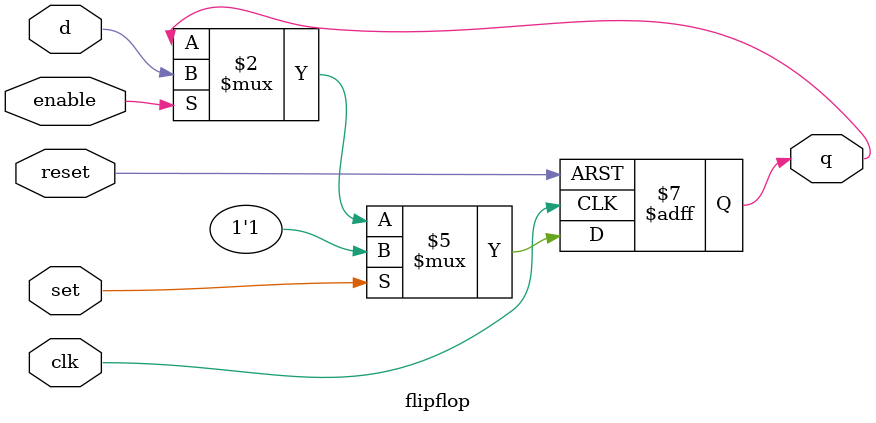
<source format=v>
module flipflop (
    input wire reset,
    input wire clk,
    input wire set,
    input wire enable,
	input wire d,
    output reg q
);
always @ (posedge clk or posedge reset)
    if (reset)
       q <= 1'b0;
    else
    if(set)
	   q <= 1'b1;
	else 
	if (enable)
	   q <= d;
endmodule


</source>
